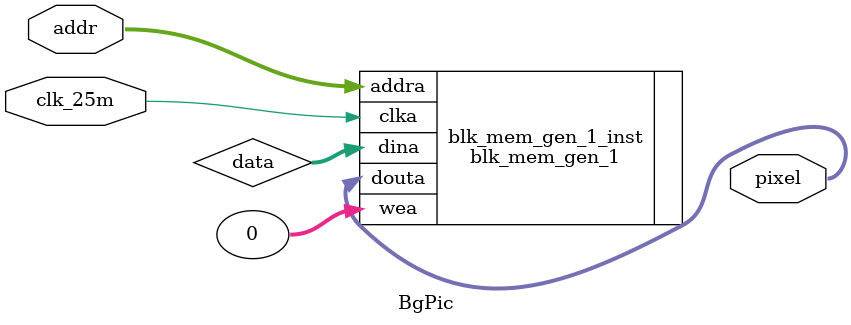
<source format=v>
module BgPic(clk_25m, addr, pixel);
	input clk_25m;
	input [16:0]addr;
	output [11:0]pixel;
	wire [11:0] data;
	
	blk_mem_gen_1 blk_mem_gen_1_inst(
      .clka(clk_25m),
      .wea(0),
      .addra(addr),
      .dina(data[11:0]),
      .douta(pixel)
    ); 
endmodule
</source>
